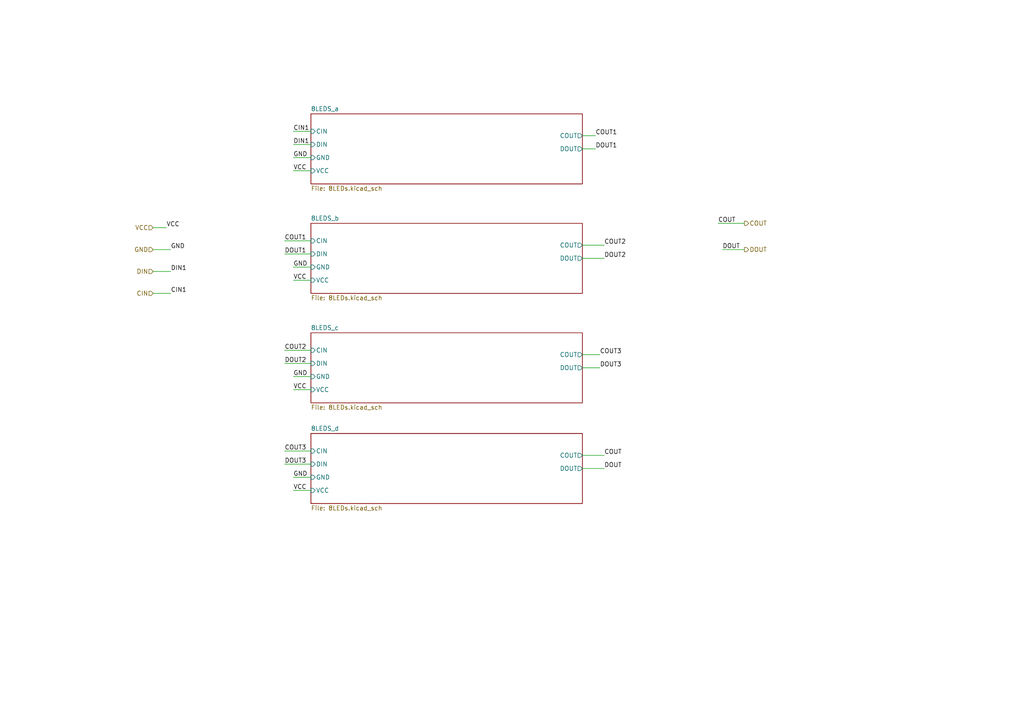
<source format=kicad_sch>
(kicad_sch
	(version 20250114)
	(generator "eeschema")
	(generator_version "9.0")
	(uuid "1d3d022d-a7f3-457b-b190-3e6d14464bd4")
	(paper "A4")
	(lib_symbols)
	(wire
		(pts
			(xy 82.55 73.66) (xy 90.17 73.66)
		)
		(stroke
			(width 0)
			(type default)
		)
		(uuid "06d51543-95cf-466e-9424-73dbfc3daf0b")
	)
	(wire
		(pts
			(xy 85.09 38.1) (xy 90.17 38.1)
		)
		(stroke
			(width 0)
			(type default)
		)
		(uuid "10db8a45-a19e-4a6a-9ca8-2d9747c4cd46")
	)
	(wire
		(pts
			(xy 168.91 106.68) (xy 173.99 106.68)
		)
		(stroke
			(width 0)
			(type default)
		)
		(uuid "12eabed9-ed1a-4188-8d1b-484b1db73a3f")
	)
	(wire
		(pts
			(xy 82.55 101.6) (xy 90.17 101.6)
		)
		(stroke
			(width 0)
			(type default)
		)
		(uuid "22a93d3b-f867-42c0-b09e-6b52d8e1c108")
	)
	(wire
		(pts
			(xy 168.91 74.93) (xy 175.26 74.93)
		)
		(stroke
			(width 0)
			(type default)
		)
		(uuid "365f0810-18ca-4c38-b23f-f065628f2285")
	)
	(wire
		(pts
			(xy 85.09 109.22) (xy 90.17 109.22)
		)
		(stroke
			(width 0)
			(type default)
		)
		(uuid "390dc384-78db-4977-8d50-19da538bc2e8")
	)
	(wire
		(pts
			(xy 44.45 78.74) (xy 49.53 78.74)
		)
		(stroke
			(width 0)
			(type default)
		)
		(uuid "3ef958be-455a-47f2-b517-f31a0157def5")
	)
	(wire
		(pts
			(xy 85.09 138.43) (xy 90.17 138.43)
		)
		(stroke
			(width 0)
			(type default)
		)
		(uuid "41aed718-d676-4861-ade8-c11fb0021642")
	)
	(wire
		(pts
			(xy 82.55 105.41) (xy 90.17 105.41)
		)
		(stroke
			(width 0)
			(type default)
		)
		(uuid "43538935-93c1-478d-90aa-90a3e70af56a")
	)
	(wire
		(pts
			(xy 168.91 71.12) (xy 175.26 71.12)
		)
		(stroke
			(width 0)
			(type default)
		)
		(uuid "482eaa21-b453-484c-82bd-be57e5ea36d7")
	)
	(wire
		(pts
			(xy 85.09 45.72) (xy 90.17 45.72)
		)
		(stroke
			(width 0)
			(type default)
		)
		(uuid "51c1115b-2b74-4847-94e2-4d99e37f8fcb")
	)
	(wire
		(pts
			(xy 208.28 64.77) (xy 215.9 64.77)
		)
		(stroke
			(width 0)
			(type default)
		)
		(uuid "592d18e8-e14c-4ce2-9436-e0a30cace19f")
	)
	(wire
		(pts
			(xy 85.09 41.91) (xy 90.17 41.91)
		)
		(stroke
			(width 0)
			(type default)
		)
		(uuid "5bfd03c5-dde1-4daa-ae29-2c90616bdd2a")
	)
	(wire
		(pts
			(xy 168.91 135.89) (xy 175.26 135.89)
		)
		(stroke
			(width 0)
			(type default)
		)
		(uuid "83db40c3-93f2-4031-9131-74b929c92d60")
	)
	(wire
		(pts
			(xy 168.91 43.18) (xy 172.72 43.18)
		)
		(stroke
			(width 0)
			(type default)
		)
		(uuid "84c62cc1-8db8-4217-86c7-f44e4ad57377")
	)
	(wire
		(pts
			(xy 168.91 39.37) (xy 172.72 39.37)
		)
		(stroke
			(width 0)
			(type default)
		)
		(uuid "86110582-b5b5-456e-b2ae-220a84e29512")
	)
	(wire
		(pts
			(xy 85.09 81.28) (xy 90.17 81.28)
		)
		(stroke
			(width 0)
			(type default)
		)
		(uuid "8bc8a42f-24a2-4380-b72c-f6c94ee920f9")
	)
	(wire
		(pts
			(xy 44.45 72.39) (xy 49.53 72.39)
		)
		(stroke
			(width 0)
			(type default)
		)
		(uuid "8d0a70a8-90c0-41c7-8a89-31c3f0ae9f01")
	)
	(wire
		(pts
			(xy 82.55 69.85) (xy 90.17 69.85)
		)
		(stroke
			(width 0)
			(type default)
		)
		(uuid "98ddc627-ccc0-4ac4-949c-1f97f1fa1266")
	)
	(wire
		(pts
			(xy 168.91 132.08) (xy 175.26 132.08)
		)
		(stroke
			(width 0)
			(type default)
		)
		(uuid "a6996b42-1794-424e-ae8a-55db8ab83e16")
	)
	(wire
		(pts
			(xy 44.45 85.09) (xy 49.53 85.09)
		)
		(stroke
			(width 0)
			(type default)
		)
		(uuid "a75e6ac6-66b4-4a49-bf7a-5545b9a1e717")
	)
	(wire
		(pts
			(xy 44.45 66.04) (xy 48.26 66.04)
		)
		(stroke
			(width 0)
			(type default)
		)
		(uuid "b0e24f53-c444-4ebf-b77e-31d91a653f2d")
	)
	(wire
		(pts
			(xy 85.09 113.03) (xy 90.17 113.03)
		)
		(stroke
			(width 0)
			(type default)
		)
		(uuid "b6b148ad-ede6-4702-9701-7c32f600d9fe")
	)
	(wire
		(pts
			(xy 209.55 72.39) (xy 215.9 72.39)
		)
		(stroke
			(width 0)
			(type default)
		)
		(uuid "bc1d126a-2aa7-410c-ac40-43e889980d34")
	)
	(wire
		(pts
			(xy 82.55 134.62) (xy 90.17 134.62)
		)
		(stroke
			(width 0)
			(type default)
		)
		(uuid "c6197024-3c64-4802-bf38-58fc70224d54")
	)
	(wire
		(pts
			(xy 85.09 142.24) (xy 90.17 142.24)
		)
		(stroke
			(width 0)
			(type default)
		)
		(uuid "d5499a53-8e41-47bb-92fd-3e59ae3e6e32")
	)
	(wire
		(pts
			(xy 82.55 130.81) (xy 90.17 130.81)
		)
		(stroke
			(width 0)
			(type default)
		)
		(uuid "deb35490-6171-48e0-8568-9784582037cc")
	)
	(wire
		(pts
			(xy 168.91 102.87) (xy 173.99 102.87)
		)
		(stroke
			(width 0)
			(type default)
		)
		(uuid "e1884073-66b7-4507-8510-75790e099614")
	)
	(wire
		(pts
			(xy 85.09 49.53) (xy 90.17 49.53)
		)
		(stroke
			(width 0)
			(type default)
		)
		(uuid "fb6e5f84-4cee-41fd-a855-6c056284102c")
	)
	(wire
		(pts
			(xy 85.09 77.47) (xy 90.17 77.47)
		)
		(stroke
			(width 0)
			(type default)
		)
		(uuid "fc7b861c-2f82-451d-a83c-0cc66e6bd9cf")
	)
	(label "VCC"
		(at 85.09 81.28 0)
		(effects
			(font
				(size 1.27 1.27)
			)
			(justify left bottom)
		)
		(uuid "0abea59f-a8d4-470a-b902-ba0ff784f349")
	)
	(label "DOUT1"
		(at 172.72 43.18 0)
		(effects
			(font
				(size 1.27 1.27)
			)
			(justify left bottom)
		)
		(uuid "1a7353c6-a6ac-40e6-b179-4596f9874876")
	)
	(label "VCC"
		(at 85.09 113.03 0)
		(effects
			(font
				(size 1.27 1.27)
			)
			(justify left bottom)
		)
		(uuid "304d542d-95da-4e5a-baec-63afeab3aa1a")
	)
	(label "VCC"
		(at 48.26 66.04 0)
		(effects
			(font
				(size 1.27 1.27)
			)
			(justify left bottom)
		)
		(uuid "433ae840-4e2f-430b-b55e-681c8f2b23f9")
	)
	(label "COUT2"
		(at 175.26 71.12 0)
		(effects
			(font
				(size 1.27 1.27)
			)
			(justify left bottom)
		)
		(uuid "49151a6d-5f6d-44ea-a705-78e73e47efcf")
	)
	(label "GND"
		(at 85.09 77.47 0)
		(effects
			(font
				(size 1.27 1.27)
			)
			(justify left bottom)
		)
		(uuid "50ff6093-a50b-4e49-979e-dd3a3a21979b")
	)
	(label "COUT3"
		(at 173.99 102.87 0)
		(effects
			(font
				(size 1.27 1.27)
			)
			(justify left bottom)
		)
		(uuid "5dde3b72-7011-49cb-92ee-b160af9572a7")
	)
	(label "DOUT"
		(at 175.26 135.89 0)
		(effects
			(font
				(size 1.27 1.27)
			)
			(justify left bottom)
		)
		(uuid "61d2825c-a7ab-4862-bcf5-e705e8debd78")
	)
	(label "VCC"
		(at 85.09 142.24 0)
		(effects
			(font
				(size 1.27 1.27)
			)
			(justify left bottom)
		)
		(uuid "6930180c-b434-4803-9463-e40b53cedaa4")
	)
	(label "GND"
		(at 49.53 72.39 0)
		(effects
			(font
				(size 1.27 1.27)
			)
			(justify left bottom)
		)
		(uuid "6c076ed3-7e61-4d4a-a59c-d2707b2954b2")
	)
	(label "COUT2"
		(at 82.55 101.6 0)
		(effects
			(font
				(size 1.27 1.27)
			)
			(justify left bottom)
		)
		(uuid "76d3bfe7-9b4b-44d0-9c5b-5832b9d01744")
	)
	(label "DIN1"
		(at 49.53 78.74 0)
		(effects
			(font
				(size 1.27 1.27)
			)
			(justify left bottom)
		)
		(uuid "8399a191-caaf-4ac8-9d7c-522a3a2cf0a5")
	)
	(label "GND"
		(at 85.09 109.22 0)
		(effects
			(font
				(size 1.27 1.27)
			)
			(justify left bottom)
		)
		(uuid "8556b44a-9c1b-42f1-b7a3-36ae4d37f99a")
	)
	(label "GND"
		(at 85.09 45.72 0)
		(effects
			(font
				(size 1.27 1.27)
			)
			(justify left bottom)
		)
		(uuid "89cfb8cd-774d-4904-b6d4-63673f78da8b")
	)
	(label "VCC"
		(at 85.09 49.53 0)
		(effects
			(font
				(size 1.27 1.27)
			)
			(justify left bottom)
		)
		(uuid "8e3a02f4-86bc-4f06-8efc-810403f3feb3")
	)
	(label "DOUT2"
		(at 82.55 105.41 0)
		(effects
			(font
				(size 1.27 1.27)
			)
			(justify left bottom)
		)
		(uuid "979496e7-aa48-4f77-a0a1-8766446f8c73")
	)
	(label "COUT"
		(at 208.28 64.77 0)
		(effects
			(font
				(size 1.27 1.27)
			)
			(justify left bottom)
		)
		(uuid "98b1f654-d751-458f-9eaa-f40b4b6abbb8")
	)
	(label "CIN1"
		(at 49.53 85.09 0)
		(effects
			(font
				(size 1.27 1.27)
			)
			(justify left bottom)
		)
		(uuid "998e8532-d66f-4414-b3e3-cd816d1e69ab")
	)
	(label "DOUT"
		(at 209.55 72.39 0)
		(effects
			(font
				(size 1.27 1.27)
			)
			(justify left bottom)
		)
		(uuid "a56ceedd-ef48-491d-bda4-ab4825878640")
	)
	(label "COUT1"
		(at 82.55 69.85 0)
		(effects
			(font
				(size 1.27 1.27)
			)
			(justify left bottom)
		)
		(uuid "b18d5b6b-8b59-4381-a8b2-e2ffdbf6379c")
	)
	(label "DOUT3"
		(at 173.99 106.68 0)
		(effects
			(font
				(size 1.27 1.27)
			)
			(justify left bottom)
		)
		(uuid "b3da6c8f-33d9-419e-b955-355b72faadd7")
	)
	(label "DOUT1"
		(at 82.55 73.66 0)
		(effects
			(font
				(size 1.27 1.27)
			)
			(justify left bottom)
		)
		(uuid "c54152a5-f5de-428c-9566-ce7b0f648623")
	)
	(label "DIN1"
		(at 85.09 41.91 0)
		(effects
			(font
				(size 1.27 1.27)
			)
			(justify left bottom)
		)
		(uuid "c84a8e3f-701a-472e-ac4f-9aecd8110b69")
	)
	(label "GND"
		(at 85.09 138.43 0)
		(effects
			(font
				(size 1.27 1.27)
			)
			(justify left bottom)
		)
		(uuid "d26bf602-af51-4595-9eb0-b23883562792")
	)
	(label "CIN1"
		(at 85.09 38.1 0)
		(effects
			(font
				(size 1.27 1.27)
			)
			(justify left bottom)
		)
		(uuid "d3b28dda-494f-4acb-96bf-efe2af15c293")
	)
	(label "COUT3"
		(at 82.55 130.81 0)
		(effects
			(font
				(size 1.27 1.27)
			)
			(justify left bottom)
		)
		(uuid "d5dc2022-451f-4cbb-aa2f-c2f4eb6cd29d")
	)
	(label "COUT"
		(at 175.26 132.08 0)
		(effects
			(font
				(size 1.27 1.27)
			)
			(justify left bottom)
		)
		(uuid "dafcadfe-998f-4207-8dd9-730249fe2185")
	)
	(label "DOUT3"
		(at 82.55 134.62 0)
		(effects
			(font
				(size 1.27 1.27)
			)
			(justify left bottom)
		)
		(uuid "dbf0957f-2337-4f92-8680-d988a8a8f45c")
	)
	(label "COUT1"
		(at 172.72 39.37 0)
		(effects
			(font
				(size 1.27 1.27)
			)
			(justify left bottom)
		)
		(uuid "e7593263-7015-45e7-8df3-a86535ca15bb")
	)
	(label "DOUT2"
		(at 175.26 74.93 0)
		(effects
			(font
				(size 1.27 1.27)
			)
			(justify left bottom)
		)
		(uuid "ec983d29-b175-42b2-a62e-2dbba42970da")
	)
	(hierarchical_label "DOUT"
		(shape output)
		(at 215.9 72.39 0)
		(effects
			(font
				(size 1.27 1.27)
			)
			(justify left)
		)
		(uuid "033315d5-3468-4cb8-8bdc-74d5e6849c1a")
	)
	(hierarchical_label "CIN"
		(shape input)
		(at 44.45 85.09 180)
		(effects
			(font
				(size 1.27 1.27)
			)
			(justify right)
		)
		(uuid "3f94ed9b-87b2-4b15-a9ff-a5216f0b3feb")
	)
	(hierarchical_label "COUT"
		(shape output)
		(at 215.9 64.77 0)
		(effects
			(font
				(size 1.27 1.27)
			)
			(justify left)
		)
		(uuid "4b2e341a-42a3-4e13-9b56-314e64b808f0")
	)
	(hierarchical_label "VCC"
		(shape input)
		(at 44.45 66.04 180)
		(effects
			(font
				(size 1.27 1.27)
			)
			(justify right)
		)
		(uuid "4e9f3634-6e8b-4bda-9e2b-bbd8543268bc")
	)
	(hierarchical_label "DIN"
		(shape input)
		(at 44.45 78.74 180)
		(effects
			(font
				(size 1.27 1.27)
			)
			(justify right)
		)
		(uuid "6f070c99-560b-4f0a-93a9-414d194bc25e")
	)
	(hierarchical_label "GND"
		(shape input)
		(at 44.45 72.39 180)
		(effects
			(font
				(size 1.27 1.27)
			)
			(justify right)
		)
		(uuid "7a87816b-7e0b-4f86-a300-4de425cc5119")
	)
	(sheet
		(at 90.17 96.52)
		(size 78.74 20.32)
		(exclude_from_sim no)
		(in_bom yes)
		(on_board yes)
		(dnp no)
		(fields_autoplaced yes)
		(stroke
			(width 0.1524)
			(type solid)
		)
		(fill
			(color 0 0 0 0.0000)
		)
		(uuid "4b03276e-2f6e-47c7-9061-9ec3e75d2903")
		(property "Sheetname" "8LEDS_c"
			(at 90.17 95.8084 0)
			(effects
				(font
					(size 1.27 1.27)
				)
				(justify left bottom)
			)
		)
		(property "Sheetfile" "8LEDs.kicad_sch"
			(at 90.17 117.4246 0)
			(effects
				(font
					(size 1.27 1.27)
				)
				(justify left top)
			)
		)
		(pin "CIN" input
			(at 90.17 101.6 180)
			(uuid "2c2bc8b6-e5bd-48c7-9619-874248714098")
			(effects
				(font
					(size 1.27 1.27)
				)
				(justify left)
			)
		)
		(pin "COUT" output
			(at 168.91 102.87 0)
			(uuid "33fdf735-6286-42d3-93c1-89a8aba57081")
			(effects
				(font
					(size 1.27 1.27)
				)
				(justify right)
			)
		)
		(pin "DIN" input
			(at 90.17 105.41 180)
			(uuid "db51c272-4a1a-4a27-84c7-c58e78077411")
			(effects
				(font
					(size 1.27 1.27)
				)
				(justify left)
			)
		)
		(pin "DOUT" output
			(at 168.91 106.68 0)
			(uuid "6835530c-e5a4-4fbb-84f3-e1414e5d7cbd")
			(effects
				(font
					(size 1.27 1.27)
				)
				(justify right)
			)
		)
		(pin "GND" input
			(at 90.17 109.22 180)
			(uuid "8c332beb-e40c-49ba-a1e1-bd47c233bbfc")
			(effects
				(font
					(size 1.27 1.27)
				)
				(justify left)
			)
		)
		(pin "VCC" input
			(at 90.17 113.03 180)
			(uuid "095f1ad0-f8bf-4e82-8c51-2bc381ca4d63")
			(effects
				(font
					(size 1.27 1.27)
				)
				(justify left)
			)
		)
		(instances
			(project "Smart_Spinner"
				(path "/f709486d-613a-44bb-9859-6d5f77e05693/04119e40-735f-4ba3-ac0c-fbfe989a841b/3c74e7bc-93cb-469e-8a64-914a78945587"
					(page "7")
				)
			)
		)
	)
	(sheet
		(at 90.17 64.77)
		(size 78.74 20.32)
		(exclude_from_sim no)
		(in_bom yes)
		(on_board yes)
		(dnp no)
		(fields_autoplaced yes)
		(stroke
			(width 0.1524)
			(type solid)
		)
		(fill
			(color 0 0 0 0.0000)
		)
		(uuid "67671ace-d08d-44a7-944e-11af6bddef0f")
		(property "Sheetname" "8LEDS_b"
			(at 90.17 64.0584 0)
			(effects
				(font
					(size 1.27 1.27)
				)
				(justify left bottom)
			)
		)
		(property "Sheetfile" "8LEDs.kicad_sch"
			(at 90.17 85.6746 0)
			(effects
				(font
					(size 1.27 1.27)
				)
				(justify left top)
			)
		)
		(pin "CIN" input
			(at 90.17 69.85 180)
			(uuid "019806b1-85d9-4685-bbc3-c7a54ea6f259")
			(effects
				(font
					(size 1.27 1.27)
				)
				(justify left)
			)
		)
		(pin "COUT" output
			(at 168.91 71.12 0)
			(uuid "f694e37b-7fa0-4fad-bb16-6a635f81c9b7")
			(effects
				(font
					(size 1.27 1.27)
				)
				(justify right)
			)
		)
		(pin "DIN" input
			(at 90.17 73.66 180)
			(uuid "b941ccec-5992-4fd1-99bc-737f3717e86d")
			(effects
				(font
					(size 1.27 1.27)
				)
				(justify left)
			)
		)
		(pin "DOUT" output
			(at 168.91 74.93 0)
			(uuid "00ed120f-3831-48b4-8181-291fe3e0ad66")
			(effects
				(font
					(size 1.27 1.27)
				)
				(justify right)
			)
		)
		(pin "GND" input
			(at 90.17 77.47 180)
			(uuid "4a4172c9-59b3-4c35-b144-984a189519cd")
			(effects
				(font
					(size 1.27 1.27)
				)
				(justify left)
			)
		)
		(pin "VCC" input
			(at 90.17 81.28 180)
			(uuid "eab2968f-d163-4910-a75e-4408b1672b96")
			(effects
				(font
					(size 1.27 1.27)
				)
				(justify left)
			)
		)
		(instances
			(project "Smart_Spinner"
				(path "/f709486d-613a-44bb-9859-6d5f77e05693/04119e40-735f-4ba3-ac0c-fbfe989a841b/3c74e7bc-93cb-469e-8a64-914a78945587"
					(page "6")
				)
			)
		)
	)
	(sheet
		(at 90.17 33.02)
		(size 78.74 20.32)
		(exclude_from_sim no)
		(in_bom yes)
		(on_board yes)
		(dnp no)
		(fields_autoplaced yes)
		(stroke
			(width 0.1524)
			(type solid)
		)
		(fill
			(color 0 0 0 0.0000)
		)
		(uuid "7f3bb566-489a-4db0-9b07-557426cc5ec4")
		(property "Sheetname" "8LEDS_a"
			(at 90.17 32.3084 0)
			(effects
				(font
					(size 1.27 1.27)
				)
				(justify left bottom)
			)
		)
		(property "Sheetfile" "8LEDs.kicad_sch"
			(at 90.17 53.9246 0)
			(effects
				(font
					(size 1.27 1.27)
				)
				(justify left top)
			)
		)
		(pin "CIN" input
			(at 90.17 38.1 180)
			(uuid "45765245-ef3d-455a-947f-62195d4937e0")
			(effects
				(font
					(size 1.27 1.27)
				)
				(justify left)
			)
		)
		(pin "COUT" output
			(at 168.91 39.37 0)
			(uuid "40ae17fb-0cd0-4860-bfbb-c41c3d8047c7")
			(effects
				(font
					(size 1.27 1.27)
				)
				(justify right)
			)
		)
		(pin "DIN" input
			(at 90.17 41.91 180)
			(uuid "437a49b2-6c53-49a4-a2dc-1f617413a4da")
			(effects
				(font
					(size 1.27 1.27)
				)
				(justify left)
			)
		)
		(pin "DOUT" output
			(at 168.91 43.18 0)
			(uuid "e544ed2e-7e17-4742-96b3-fdb8bab2db52")
			(effects
				(font
					(size 1.27 1.27)
				)
				(justify right)
			)
		)
		(pin "GND" input
			(at 90.17 45.72 180)
			(uuid "38516d5c-89e1-46c2-a726-2bfaf22432b2")
			(effects
				(font
					(size 1.27 1.27)
				)
				(justify left)
			)
		)
		(pin "VCC" input
			(at 90.17 49.53 180)
			(uuid "fa6e0950-f178-4ee5-848d-7cc55a5a79a6")
			(effects
				(font
					(size 1.27 1.27)
				)
				(justify left)
			)
		)
		(instances
			(project "Smart_Spinner"
				(path "/f709486d-613a-44bb-9859-6d5f77e05693/04119e40-735f-4ba3-ac0c-fbfe989a841b/3c74e7bc-93cb-469e-8a64-914a78945587"
					(page "5")
				)
			)
		)
	)
	(sheet
		(at 90.17 125.73)
		(size 78.74 20.32)
		(exclude_from_sim no)
		(in_bom yes)
		(on_board yes)
		(dnp no)
		(fields_autoplaced yes)
		(stroke
			(width 0.1524)
			(type solid)
		)
		(fill
			(color 0 0 0 0.0000)
		)
		(uuid "9394a217-0570-4984-b12f-41065a4dd29a")
		(property "Sheetname" "8LEDS_d"
			(at 90.17 125.0184 0)
			(effects
				(font
					(size 1.27 1.27)
				)
				(justify left bottom)
			)
		)
		(property "Sheetfile" "8LEDs.kicad_sch"
			(at 90.17 146.6346 0)
			(effects
				(font
					(size 1.27 1.27)
				)
				(justify left top)
			)
		)
		(pin "CIN" input
			(at 90.17 130.81 180)
			(uuid "4c4e88a1-eff2-46cd-a14d-2fbd026a2684")
			(effects
				(font
					(size 1.27 1.27)
				)
				(justify left)
			)
		)
		(pin "COUT" output
			(at 168.91 132.08 0)
			(uuid "374f4fd8-8d61-4e08-a539-6675928da405")
			(effects
				(font
					(size 1.27 1.27)
				)
				(justify right)
			)
		)
		(pin "DIN" input
			(at 90.17 134.62 180)
			(uuid "8258a4eb-0e95-498a-a6b2-992a40838999")
			(effects
				(font
					(size 1.27 1.27)
				)
				(justify left)
			)
		)
		(pin "DOUT" output
			(at 168.91 135.89 0)
			(uuid "15d85e18-2164-4780-94cd-d157abd78702")
			(effects
				(font
					(size 1.27 1.27)
				)
				(justify right)
			)
		)
		(pin "GND" input
			(at 90.17 138.43 180)
			(uuid "62caa2a1-7cf4-4743-8c84-f847563caf7e")
			(effects
				(font
					(size 1.27 1.27)
				)
				(justify left)
			)
		)
		(pin "VCC" input
			(at 90.17 142.24 180)
			(uuid "d99e74e7-9b0a-4519-944d-bd43a3d67ac1")
			(effects
				(font
					(size 1.27 1.27)
				)
				(justify left)
			)
		)
		(instances
			(project "Smart_Spinner"
				(path "/f709486d-613a-44bb-9859-6d5f77e05693/04119e40-735f-4ba3-ac0c-fbfe989a841b/3c74e7bc-93cb-469e-8a64-914a78945587"
					(page "8")
				)
			)
		)
	)
)

</source>
